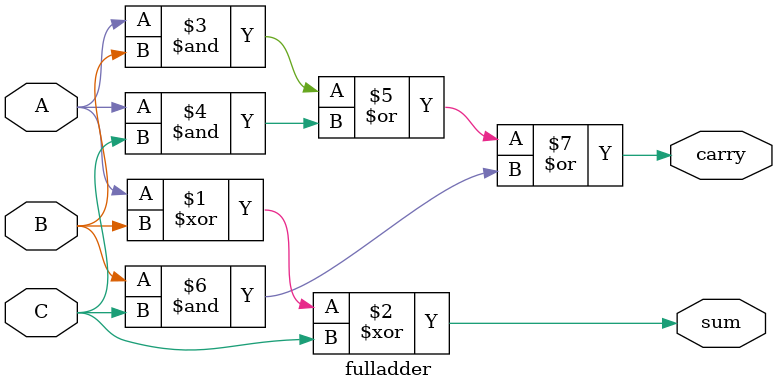
<source format=v>
`timescale 1ns / 1ps

module fulladder(A,B,C,sum,carry);
   input A,B,C;
	output sum,carry;
	assign sum=A^B^C;
	assign carry=(A&B)|(A&C)|(B&C);


endmodule

</source>
